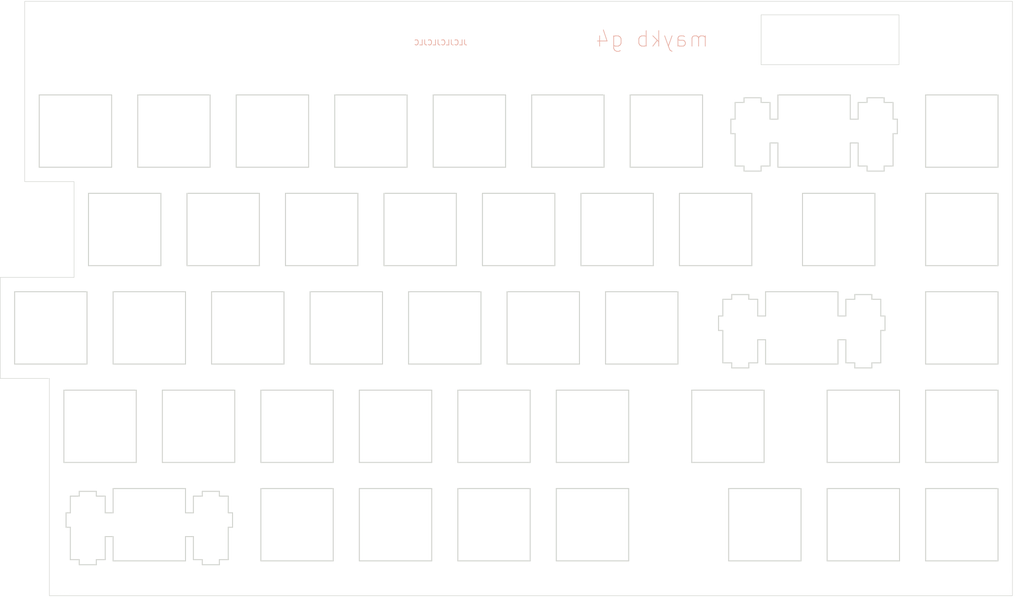
<source format=kicad_pcb>
(kicad_pcb (version 20221018) (generator pcbnew)
  (layers (0 "F.Cu" signal) (31 "B.Cu" signal) (34 "B.Paste" user) (35 "F.Paste" user) (36 "B.SilkS" user "B.Silkscreen") (37 "F.SilkS" user "F.Silkscreen") (38 "B.Mask" user) (39 "F.Mask" user) (44 "Edge.Cuts" user))
  (net 0 "")
  (footprint "MountingHole:MountingHole_4.5mm" (layer "F.Cu") (at 72.05 76)
    (fp_text reference "H10" hide)
    (fp_text value "MountingHole")
    (pad "" np_thru_hole circle (at 0 0) (size 4.5 4.5) (drill 4.5) (layers "*.Cu" "*.Mask"))
  )
  (footprint "MountingHole:MountingHole_4.5mm" (layer "F.Cu") (at 214.15 77.65)
    (fp_text reference "H9" hide)
    (fp_text value "MountingHole")
    (pad "" np_thru_hole circle (at 0 0) (size 4.5 4.5) (drill 4.5) (layers "*.Cu" "*.Mask"))
  )
  (footprint "MountingHole:MountingHole_4.5mm" (layer "F.Cu") (at 124.7 132.449999)
    (fp_text reference "H1" hide)
    (fp_text value "MountingHole")
    (pad "" np_thru_hole circle (at 0 0) (size 4.5 4.5) (drill 4.5) (layers "*.Cu" "*.Mask"))
  )
  (footprint "MountingHole:MountingHole_4.5mm" (layer "F.Cu") (at 214.3 112.8)
    (fp_text reference "H2" hide)
    (fp_text value "MountingHole")
    (pad "" np_thru_hole circle (at 0 0) (size 4.5 4.5) (drill 4.5) (layers "*.Cu" "*.Mask"))
  )
  (footprint "MountingHole:MountingHole_4.5mm" (layer "F.Cu") (at 231.4 152.55)
    (fp_text reference "H7" hide)
    (fp_text value "MountingHole")
    (pad "" np_thru_hole circle (at 0 0) (size 4.5 4.5) (drill 4.5) (layers "*.Cu" "*.Mask"))
  )
  (footprint "MountingHole:MountingHole_4.5mm" (layer "F.Cu") (at 189.9 77.25)
    (fp_text reference "H6" hide)
    (fp_text value "MountingHole")
    (pad "" np_thru_hole circle (at 0 0) (size 4.5 4.5) (drill 4.5) (layers "*.Cu" "*.Mask"))
  )
  (footprint "MountingHole:MountingHole_4.5mm" (layer "F.Cu") (at 86.3 133.199999)
    (fp_text reference "H5" hide)
    (fp_text value "MountingHole")
    (pad "" np_thru_hole circle (at 0 0) (size 4.5 4.5) (drill 4.5) (layers "*.Cu" "*.Mask"))
  )
  (footprint "MountingHole:MountingHole_4.5mm" (layer "F.Cu") (at 173.05 112.45)
    (fp_text reference "H11" hide)
    (fp_text value "MountingHole")
    (pad "" np_thru_hole circle (at 0 0) (size 4.5 4.5) (drill 4.5) (layers "*.Cu" "*.Mask"))
  )
  (footprint "MountingHole:MountingHole_4.5mm" (layer "F.Cu") (at 47.75 45.05)
    (fp_text reference "H3" hide)
    (fp_text value "MountingHole")
    (pad "" np_thru_hole circle (at 0 0) (size 4.5 4.5) (drill 4.5) (layers "*.Cu" "*.Mask"))
  )
  (footprint "MountingHole:MountingHole_4.5mm" (layer "F.Cu") (at 50.95 152.75)
    (fp_text reference "H8" hide)
    (fp_text value "MountingHole")
    (pad "" np_thru_hole circle (at 0 0) (size 4.5 4.5) (drill 4.5) (layers "*.Cu" "*.Mask"))
  )
  (footprint "MountingHole:MountingHole_4.5mm" (layer "F.Cu") (at 166.35 125.1)
    (fp_text reference "H4" hide)
    (fp_text value "MountingHole")
    (pad "" np_thru_hole circle (at 0 0) (size 4.5 4.5) (drill 4.5) (layers "*.Cu" "*.Mask"))
  )
  (footprint "MountingHole:MountingHole_4.5mm" (layer "F.Cu") (at 110.25 75.85)
    (fp_text reference "H13" hide)
    (fp_text value "MountingHole")
    (pad "" np_thru_hole circle (at 0 0) (size 4.5 4.5) (drill 4.5) (layers "*.Cu" "*.Mask"))
  )
  (footprint "MountingHole:MountingHole_4.5mm" (layer "F.Cu") (at 229.8 45.05)
    (fp_text reference "H12" hide)
    (fp_text value "MountingHole")
    (pad "" np_thru_hole circle (at 0 0) (size 4.5 4.5) (drill 4.5) (layers "*.Cu" "*.Mask"))
  )
  (gr_line (start 146.060194 148.847598) (end 160.060194 148.847598) (stroke (width 0.188976)) (layer "Edge.Cuts"))
  (gr_line (start 82.610181 148.616603) (end 82.610181 142.347598) (stroke (width 0.188976)) (layer "Edge.Cuts"))
  (gr_line (start 183.873182 91.6976) (end 183.873182 77.6976) (stroke (width 0.188976)) (layer "Edge.Cuts"))
  (gr_line (start 136.248182 72.647599) (end 136.248182 58.6476) (stroke (width 0.188976)) (layer "Edge.Cuts"))
  (gr_line (start 185.6732 73.397599) (end 185.6732 72.4176) (stroke (width 0.188976)) (layer "Edge.Cuts"))
  (gr_line (start 185.6732 72.4176) (end 187.398176 72.4176) (stroke (width 0.188976)) (layer "Edge.Cuts"))
  (gr_line (start 231.498182 58.6476) (end 217.498182 58.6476) (stroke (width 0.188976)) (layer "Edge.Cuts"))
  (gr_line (start 141.010175 129.797603) (end 141.010175 115.797603) (stroke (width 0.188976)) (layer "Edge.Cuts"))
  (gr_line (start 211.198194 60.1176) (end 209.473188 60.1176) (stroke (width 0.188976)) (layer "Edge.Cuts"))
  (gr_line (start 60.335188 110.747599) (end 74.335188 110.747599) (stroke (width 0.188976)) (layer "Edge.Cuts"))
  (gr_line (start 231.498182 72.647599) (end 231.498182 58.6476) (stroke (width 0.188976)) (layer "Edge.Cuts"))
  (gr_line (start 117.485181 96.747599) (end 117.485181 110.747599) (stroke (width 0.188976)) (layer "Edge.Cuts"))
  (gr_line (start 179.823194 66.1476) (end 180.648176 66.1476) (stroke (width 0.188976)) (layer "Edge.Cuts"))
  (gr_line (start 200.541181 101.4476) (end 200.541181 96.747599) (stroke (width 0.188976)) (layer "Edge.Cuts"))
  (gr_line (start 77.585188 136.317599) (end 75.860181 136.317599) (stroke (width 0.188976)) (layer "Edge.Cuts"))
  (gr_line (start 231.498182 148.847598) (end 231.498182 134.847598) (stroke (width 0.188976)) (layer "Edge.Cuts"))
  (gr_line (start 122.248182 58.6476) (end 122.248182 72.647599) (stroke (width 0.188976)) (layer "Edge.Cuts"))
  (gr_line (start 179.398176 148.847598) (end 193.398176 148.847598) (stroke (width 0.188976)) (layer "Edge.Cuts"))
  (gr_line (start 55.572187 77.6976) (end 55.572187 91.6976) (stroke (width 0.188976)) (layer "Edge.Cuts"))
  (gr_line (start 75.860181 148.616603) (end 77.585188 148.616603) (stroke (width 0.188976)) (layer "Edge.Cuts"))
  (gr_line (start 187.398176 72.4176) (end 187.398176 67.9476) (stroke (width 0.188976)) (layer "Edge.Cuts"))
  (gr_line (start 77.585188 148.616603) (end 77.585188 149.597598) (stroke (width 0.188976)) (layer "Edge.Cuts"))
  (gr_line (start 69.860181 129.797603) (end 83.860181 129.797603) (stroke (width 0.188976)) (layer "Edge.Cuts"))
  (gr_line (start 117.198194 58.6476) (end 103.198194 58.6476) (stroke (width 0.188976)) (layer "Edge.Cuts"))
  (gr_line (start 202.066175 110.5166) (end 203.791181 110.5166) (stroke (width 0.188976)) (layer "Edge.Cuts"))
  (gr_line (start 209.473188 60.1176) (end 209.473188 59.1966) (stroke (width 0.188976)) (layer "Edge.Cuts"))
  (gr_line (start 206.1732 59.1966) (end 206.1732 60.1176) (stroke (width 0.188976)) (layer "Edge.Cuts"))
  (gr_line (start 212.448194 115.797603) (end 198.448194 115.797603) (stroke (width 0.188976)) (layer "Edge.Cuts"))
  (gr_line (start 82.610181 136.317599) (end 80.885175 136.317599) (stroke (width 0.188976)) (layer "Edge.Cuts"))
  (gr_line (start 41.2852 110.747599) (end 55.2852 110.747599) (stroke (width 0.188976)) (layer "Edge.Cuts"))
  (gr_line (start 58.810194 139.547603) (end 58.810194 136.317599) (stroke (width 0.188976)) (layer "Edge.Cuts"))
  (gr_line (start 127.010175 134.847598) (end 127.010175 148.847598) (stroke (width 0.188976)) (layer "Edge.Cuts"))
  (gr_line (start 53.7852 148.616603) (end 53.7852 149.597598) (stroke (width 0.188976)) (layer "Edge.Cuts"))
  (gr_line (start 164.823194 91.6976) (end 164.823194 77.6976) (stroke (width 0.188976)) (layer "Edge.Cuts"))
  (gr_line (start 83.860181 115.797603) (end 69.860181 115.797603) (stroke (width 0.188976)) (layer "Edge.Cuts"))
  (gr_line (start 74.335188 144.146602) (end 75.860181 144.146602) (stroke (width 0.188976)) (layer "Edge.Cuts"))
  (gr_line (start 217.498182 115.797603) (end 217.498182 129.797603) (stroke (width 0.188976)) (layer "Edge.Cuts"))
  (gr_line (start 141.010175 115.797603) (end 127.010175 115.797603) (stroke (width 0.188976)) (layer "Edge.Cuts"))
  (gr_line (start 160.060194 134.847598) (end 146.060194 134.847598) (stroke (width 0.188976)) (layer "Edge.Cuts"))
  (gr_line (start 57.085188 148.616603) (end 58.810194 148.616603) (stroke (width 0.188976)) (layer "Edge.Cuts"))
  (gr_line (start 65.098188 72.647599) (end 79.098188 72.647599) (stroke (width 0.188976)) (layer "Edge.Cuts"))
  (gr_line (start 174.348188 58.6476) (end 160.348188 58.6476) (stroke (width 0.188976)) (layer "Edge.Cuts"))
  (gr_line (start 217.498182 72.647599) (end 231.498182 72.647599) (stroke (width 0.188976)) (layer "Edge.Cuts"))
  (gr_line (start 98.148176 58.6476) (end 84.148176 58.6476) (stroke (width 0.188976)) (layer "Edge.Cuts"))
  (gr_line (start 75.860181 136.317599) (end 75.860181 139.547603) (stroke (width 0.188976)) (layer "Edge.Cuts"))
  (gr_line (start 207.685194 91.6976) (end 207.685194 77.6976) (stroke (width 0.188976)) (layer "Edge.Cuts"))
  (gr_line (start 193.398176 134.847598) (end 179.398176 134.847598) (stroke (width 0.188976)) (layer "Edge.Cuts"))
  (gr_line (start 207.091199 111.497599) (end 207.091199 110.5166) (stroke (width 0.188976)) (layer "Edge.Cuts"))
  (gr_line (start 185.016187 98.217601) (end 183.291181 98.217601) (stroke (width 0.188976)) (layer "Edge.Cuts"))
  (gr_line (start 169.873182 91.6976) (end 183.873182 91.6976) (stroke (width 0.188976)) (layer "Edge.Cuts"))
  (gr_line (start 179.991193 98.217601) (end 178.266187 98.217601) (stroke (width 0.188976)) (layer "Edge.Cuts"))
  (gr_line (start 180.648176 72.4176) (end 182.373182 72.4176) (stroke (width 0.188976)) (layer "Edge.Cuts"))
  (gr_line (start 207.091199 97.297599) (end 203.791181 97.297599) (stroke (width 0.188976)) (layer "Edge.Cuts"))
  (gr_line (start 211.198194 63.3476) (end 211.198194 60.1176) (stroke (width 0.188976)) (layer "Edge.Cuts"))
  (gr_line (start 188.9232 72.647599) (end 202.9232 72.647599) (stroke (width 0.188976)) (layer "Edge.Cuts"))
  (gr_line (start 206.1732 73.397599) (end 209.473188 73.397599) (stroke (width 0.188976)) (layer "Edge.Cuts"))
  (gr_line (start 231.498182 134.847598) (end 217.498182 134.847598) (stroke (width 0.188976)) (layer "Edge.Cuts"))
  (gr_line (start 203.791181 98.217601) (end 202.066175 98.217601) (stroke (width 0.188976)) (layer "Edge.Cuts"))
  (gr_line (start 231.498182 77.6976) (end 217.498182 77.6976) (stroke (width 0.188976)) (layer "Edge.Cuts"))
  (gr_line (start 178.266187 98.217601) (end 178.266187 101.4476) (stroke (width 0.188976)) (layer "Edge.Cuts"))
  (gr_line (start 69.572187 91.6976) (end 69.572187 77.6976) (stroke (width 0.188976)) (layer "Edge.Cuts"))
  (gr_line (start 204.448194 72.4176) (end 206.1732 72.4176) (stroke (width 0.188976)) (layer "Edge.Cuts"))
  (gr_line (start 177.441175 101.4476) (end 177.441175 104.247599) (stroke (width 0.188976)) (layer "Edge.Cuts"))
  (gr_line (start 155.2982 58.6476) (end 141.2982 58.6476) (stroke (width 0.188976)) (layer "Edge.Cuts"))
  (gr_line (start 182.373182 59.1966) (end 182.373182 60.1176) (stroke (width 0.188976)) (layer "Edge.Cuts"))
  (gr_line (start 98.435194 110.747599) (end 112.435194 110.747599) (stroke (width 0.188976)) (layer "Edge.Cuts"))
  (gr_line (start 160.060194 129.797603) (end 160.060194 115.797603) (stroke (width 0.188976)) (layer "Edge.Cuts"))
  (gr_line (start 51.235181 142.347598) (end 52.060194 142.347598) (stroke (width 0.188976)) (layer "Edge.Cuts"))
  (gr_line (start 46.0482 72.647599) (end 60.0482 72.647599) (stroke (width 0.188976)) (layer "Edge.Cuts"))
  (gr_line (start 136.248182 58.6476) (end 122.248182 58.6476) (stroke (width 0.188976)) (layer "Edge.Cuts"))
  (gr_line (start 103.198194 72.647599) (end 117.198194 72.647599) (stroke (width 0.188976)) (layer "Edge.Cuts"))
  (gr_line (start 179.991193 111.497599) (end 183.291181 111.497599) (stroke (width 0.188976)) (layer "Edge.Cuts"))
  (gr_line (start 185.6732 60.1176) (end 185.6732 59.1966) (stroke (width 0.188976)) (layer "Edge.Cuts"))
  (gr_line (start 211.198194 72.4176) (end 211.198194 66.1476) (stroke (width 0.188976)) (layer "Edge.Cuts"))
  (gr_line (start 179.823194 63.3476) (end 179.823194 66.1476) (stroke (width 0.188976)) (layer "Edge.Cuts"))
  (gr_line (start 169.873182 77.6976) (end 169.873182 91.6976) (stroke (width 0.188976)) (layer "Edge.Cuts"))
  (gr_line (start 187.398176 67.9476) (end 188.9232 67.9476) (stroke (width 0.188976)) (layer "Edge.Cuts"))
  (gr_line (start 209.473188 73.397599) (end 209.473188 72.4176) (stroke (width 0.188976)) (layer "Edge.Cuts"))
  (gr_line (start 107.960188 148.847598) (end 121.960188 148.847598) (stroke (width 0.188976)) (layer "Edge.Cuts"))
  (gr_line (start 83.435194 139.547603) (end 82.610181 139.547603) (stroke (width 0.188976)) (layer "Edge.Cuts"))
  (gr_line (start 112.723188 91.6976) (end 126.723188 91.6976) (stroke (width 0.188976)) (layer "Edge.Cuts"))
  (gr_line (start 178.266187 101.4476) (end 177.441175 101.4476) (stroke (width 0.188976)) (layer "Edge.Cuts"))
  (gr_line (start 206.1732 60.1176) (end 204.448194 60.1176) (stroke (width 0.188976)) (layer "Edge.Cuts"))
  (gr_line (start 179.991193 97.297599) (end 179.991193 98.217601) (stroke (width 0.188976)) (layer "Edge.Cuts"))
  (gr_line (start 80.885175 135.396602) (end 77.585188 135.396602) (stroke (width 0.188976)) (layer "Edge.Cuts"))
  (gr_line (start 204.448194 60.1176) (end 204.448194 63.3476) (stroke (width 0.188976)) (layer "Edge.Cuts"))
  (gr_line (start 55.572187 91.6976) (end 69.572187 91.6976) (stroke (width 0.188976)) (layer "Edge.Cuts"))
  (gr_line (start 64.810194 129.797603) (end 64.810194 115.797603) (stroke (width 0.188976)) (layer "Edge.Cuts"))
  (gr_line (start 60.335188 139.547603) (end 58.810194 139.547603) (stroke (width 0.188976)) (layer "Edge.Cuts"))
  (gr_line (start 74.335188 139.547603) (end 74.335188 134.847598) (stroke (width 0.188976)) (layer "Edge.Cuts"))
  (gr_line (start 112.435194 110.747599) (end 112.435194 96.747599) (stroke (width 0.188976)) (layer "Edge.Cuts"))
  (gr_line (start 58.810194 148.616603) (end 58.810194 144.146602) (stroke (width 0.188976)) (layer "Edge.Cuts"))
  (gr_line (start 217.498182 96.747599) (end 217.498182 110.747599) (stroke (width 0.188976)) (layer "Edge.Cuts"))
  (gr_line (start 74.335188 110.747599) (end 74.335188 96.747599) (stroke (width 0.188976)) (layer "Edge.Cuts"))
  (gr_line (start 93.6732 77.6976) (end 93.6732 91.6976) (stroke (width 0.188976)) (layer "Edge.Cuts"))
  (gr_line (start 208.816175 110.5166) (end 208.816175 104.247599) (stroke (width 0.188976)) (layer "Edge.Cuts"))
  (gr_line (start 145.773176 77.6976) (end 131.773176 77.6976) (stroke (width 0.188976)) (layer "Edge.Cuts"))
  (gr_line (start 188.9232 58.6476) (end 188.9232 63.3476) (stroke (width 0.188976)) (layer "Edge.Cuts"))
  (gr_line (start 102.9102 148.847598) (end 102.9102 134.847598) (stroke (width 0.188976)) (layer "Edge.Cuts"))
  (gr_line (start 53.7852 149.597598) (end 57.085188 149.597598) (stroke (width 0.188976)) (layer "Edge.Cuts"))
  (gr_line (start 212.023176 63.3476) (end 211.198194 63.3476) (stroke (width 0.188976)) (layer "Edge.Cuts"))
  (gr_line (start 60.335188 148.847598) (end 74.335188 148.847598) (stroke (width 0.188976)) (layer "Edge.Cuts"))
  (gr_line (start 231.498182 91.6976) (end 231.498182 77.6976) (stroke (width 0.188976)) (layer "Edge.Cuts"))
  (gr_rect (start 185.6782 43.1476) (end 212.3482 52.7996) (stroke (width 0.1)) (fill none) (layer "Edge.Cuts"))
  (gr_line (start 198.448194 129.797603) (end 212.448194 129.797603) (stroke (width 0.188976)) (layer "Edge.Cuts"))
  (gr_line (start 183.291181 98.217601) (end 183.291181 97.297599) (stroke (width 0.188976)) (layer "Edge.Cuts"))
  (gr_line (start 179.991193 110.5166) (end 179.991193 111.497599) (stroke (width 0.188976)) (layer "Edge.Cuts"))
  (gr_line (start 198.448194 134.847598) (end 198.448194 148.847598) (stroke (width 0.188976)) (layer "Edge.Cuts"))
  (gr_line (start 80.885175 148.616603) (end 82.610181 148.616603) (stroke (width 0.188976)) (layer "Edge.Cuts"))
  (gr_line (start 60.0482 58.6476) (end 46.0482 58.6476) (stroke (width 0.188976)) (layer "Edge.Cuts"))
  (gr_line (start 198.448194 115.797603) (end 198.448194 129.797603) (stroke (width 0.188976)) (layer "Edge.Cuts"))
  (gr_line (start 52.060194 139.547603) (end 51.235181 139.547603) (stroke (width 0.188976)) (layer "Edge.Cuts"))
  (gr_line (start 83.435194 142.347598) (end 83.435194 139.547603) (stroke (width 0.188976)) (layer "Edge.Cuts"))
  (gr_line (start 177.441175 104.247599) (end 178.266187 104.247599) (stroke (width 0.188976)) (layer "Edge.Cuts"))
  (gr_line (start 58.810194 144.146602) (end 60.335188 144.146602) (stroke (width 0.188976)) (layer "Edge.Cuts"))
  (gr_line (start 185.6732 59.1966) (end 182.373182 59.1966) (stroke (width 0.188976)) (layer "Edge.Cuts"))
  (gr_line (start 117.485181 110.747599) (end 131.485181 110.747599) (stroke (width 0.188976)) (layer "Edge.Cuts"))
  (gr_line (start 75.860181 144.146602) (end 75.860181 148.616603) (stroke (width 0.188976)) (layer "Edge.Cuts"))
  (gr_line (start 126.723188 77.6976) (end 112.723188 77.6976) (stroke (width 0.188976)) (layer "Edge.Cuts"))
  (gr_line (start 185.016187 101.4476) (end 185.016187 98.217601) (stroke (width 0.188976)) (layer "Edge.Cuts"))
  (gr_line (start 202.9232 63.3476) (end 202.9232 58.6476) (stroke (width 0.188976)) (layer "Edge.Cuts"))
  (gr_line (start 150.823194 91.6976) (end 164.823194 91.6976) (stroke (width 0.188976)) (layer "Edge.Cuts"))
  (gr_line (start 82.610181 142.347598) (end 83.435194 142.347598) (stroke (width 0.188976)) (layer "Edge.Cuts"))
  (gr_line (start 179.398176 134.847598) (end 179.398176 148.847598) (stroke (width 0.188976)) (layer "Edge.Cuts"))
  (gr_line (start 212.448194 134.847598) (end 198.448194 134.847598) (stroke (width 0.188976)) (layer "Edge.Cuts"))
  (gr_line (start 121.960188 129.797603) (end 121.960188 115.797603) (stroke (width 0.188976)) (layer "Edge.Cuts"))
  (gr_line (start 209.473188 59.1966) (end 206.1732 59.1966) (stroke (width 0.188976)) (layer "Edge.Cuts"))
  (gr_line (start 93.385175 110.747599) (end 93.385175 96.747599) (stroke (width 0.188976)) (layer "Edge.Cuts"))
  (gr_line (start 231.498182 115.797603) (end 217.498182 115.797603) (stroke (width 0.188976)) (layer "Edge.Cuts"))
  (gr_line (start 136.5352 110.747599) (end 150.5352 110.747599) (stroke (width 0.188976)) (layer "Edge.Cuts"))
  (gr_line (start 207.685194 77.6976) (end 193.685194 77.6976) (stroke (width 0.188976)) (layer "Edge.Cuts"))
  (gr_line (start 209.473188 72.4176) (end 211.198194 72.4176) (stroke (width 0.188976)) (layer "Edge.Cuts"))
  (gr_line (start 231.498182 129.797603) (end 231.498182 115.797603) (stroke (width 0.188976)) (layer "Edge.Cuts"))
  (gr_line (start 88.9102 129.797603) (end 102.9102 129.797603) (stroke (width 0.188976)) (layer "Edge.Cuts"))
  (gr_line (start 180.648176 60.1176) (end 180.648176 63.3476) (stroke (width 0.188976)) (layer "Edge.Cuts"))
  (gr_line (start 164.823194 77.6976) (end 150.823194 77.6976) (stroke (width 0.188976)) (layer "Edge.Cuts"))
  (gr_line (start 207.091199 110.5166) (end 208.816175 110.5166) (stroke (width 0.188976)) (layer "Edge.Cuts"))
  (gr_line (start 52.060194 142.347598) (end 52.060194 148.616603) (stroke (width 0.188976)) (layer "Edge.Cuts"))
  (gr_line (start 217.498182 110.747599) (end 231.498182 110.747599) (stroke (width 0.188976)) (layer "Edge.Cuts"))
  (gr_line (start 212.023176 66.1476) (end 212.023176 63.3476) (stroke (width 0.188976)) (layer "Edge.Cuts"))
  (gr_line (start 93.385175 96.747599) (end 79.385175 96.747599) (stroke (width 0.188976)) (layer "Edge.Cuts"))
  (gr_line (start 183.291181 97.297599) (end 179.991193 97.297599) (stroke (width 0.188976)) (layer "Edge.Cuts"))
  (gr_line (start 141.2982 58.6476) (end 141.2982 72.647599) (stroke (width 0.188976)) (layer "Edge.Cuts"))
  (gr_line (start 52.060194 148.616603) (end 53.7852 148.616603) (stroke (width 0.188976)) (layer "Edge.Cuts"))
  (gr_line (start 74.335188 134.847598) (end 60.335188 134.847598) (stroke (width 0.188976)) (layer "Edge.Cuts"))
  (gr_line (start 127.010175 148.847598) (end 141.010175 148.847598) (stroke (width 0.188976)) (layer "Edge.Cuts"))
  (gr_line (start 150.5352 96.747599) (end 136.5352 96.747599) (stroke (width 0.188976)) (layer "Edge.Cuts"))
  (gr_line (start 182.373182 72.4176) (end 182.373182 73.397599) (stroke (width 0.188976)) (layer "Edge.Cuts"))
  (gr_line (start 160.348188 72.647599) (end 174.348188 72.647599) (stroke (width 0.188976)) (layer "Edge.Cuts"))
  (gr_line (start 79.098188 58.6476) (end 65.098188 58.6476) (stroke (width 0.188976)) (layer "Edge.Cuts"))
  (gr_line (start 183.873182 77.6976) (end 169.873182 77.6976) (stroke (width 0.188976)) (layer "Edge.Cuts"))
  (gr_line (start 155.2982 72.647599) (end 155.2982 58.6476) (stroke (width 0.188976)) (layer "Edge.Cuts"))
  (gr_line (start 93.6732 91.6976) (end 107.6732 91.6976) (stroke (width 0.188976)) (layer "Edge.Cuts"))
  (gr_line (start 172.254194 129.797603) (end 186.254194 129.797603) (stroke (width 0.188976)) (layer "Edge.Cuts"))
  (gr_line (start 80.885175 136.317599) (end 80.885175 135.396602) (stroke (width 0.188976)) (layer "Edge.Cuts"))
  (gr_line (start 74.623182 91.6976) (end 88.623182 91.6976) (stroke (width 0.188976)) (layer "Edge.Cuts"))
  (gr_line (start 69.572187 77.6976) (end 55.572187 77.6976) (stroke (width 0.188976)) (layer "Edge.Cuts"))
  (gr_line (start 160.060194 115.797603) (end 146.060194 115.797603) (stroke (width 0.188976)) (layer "Edge.Cuts"))
  (gr_line (start 186.254194 115.797603) (end 172.254194 115.797603) (stroke (width 0.188976)) (layer "Edge.Cuts"))
  (gr_line (start 160.348188 58.6476) (end 160.348188 72.647599) (stroke (width 0.188976)) (layer "Edge.Cuts"))
  (gr_line (start 217.498182 58.6476) (end 217.498182 72.647599) (stroke (width 0.188976)) (layer "Edge.Cuts"))
  (gr_line (start 65.098188 58.6476) (end 65.098188 72.647599) (stroke (width 0.188976)) (layer "Edge.Cuts"))
  (gr_line (start 150.5352 110.747599) (end 150.5352 96.747599) (stroke (width 0.188976)) (layer "Edge.Cuts"))
  (gr_line (start 69.860181 115.797603) (end 69.860181 129.797603) (stroke (width 0.188976)) (layer "Edge.Cuts"))
  (gr_line (start 186.254194 129.797603) (end 186.254194 115.797603) (stroke (width 0.188976)) (layer "Edge.Cuts"))
  (gr_line (start 50.810194 129.797603) (end 64.810194 129.797603) (stroke (width 0.188976)) (layer "Edge.Cuts"))
  (gr_line (start 53.7852 136.317599) (end 52.060194 136.317599) (stroke (width 0.188976)) (layer "Edge.Cuts"))
  (gr_line (start 202.066175 98.217601) (end 202.066175 101.4476) (stroke (width 0.188976)) (layer "Edge.Cuts"))
  (gr_line (start 107.960188 115.797603) (end 107.960188 129.797603) (stroke (width 0.188976)) (layer "Edge.Cuts"))
  (gr_line (start 88.9102 134.847598) (end 88.9102 148.847598) (stroke (width 0.188976)) (layer "Edge.Cuts"))
  (gr_line (start 88.623182 77.6976) (end 74.623182 77.6976) (stroke (width 0.188976)) (layer "Edge.Cuts"))
  (gr_line (start 202.9232 72.647599) (end 202.9232 67.9476) (stroke (width 0.188976)) (layer "Edge.Cuts"))
  (gr_line (start 186.541181 101.4476) (end 185.016187 101.4476) (stroke (width 0.188976)) (layer "Edge.Cuts"))
  (gr_line (start 198.448194 148.847598) (end 212.448194 148.847598) (stroke (width 0.188976)) (layer "Edge.Cuts"))
  (gr_line (start 77.585188 149.597598) (end 80.885175 149.597598) (stroke (width 0.188976)) (layer "Edge.Cuts"))
  (gr_line (start 169.585188 110.747599) (end 169.585188 96.747599) (stroke (width 0.188976)) (layer "Edge.Cuts"))
  (gr_line (start 200.541181 106.047599) (end 202.066175 106.047599) (stroke (width 0.188976)) (layer "Edge.Cuts"))
  (gr_line (start 141.2982 72.647599) (end 155.2982 72.647599) (stroke (width 0.188976)) (layer "Edge.Cuts"))
  (gr_line (start 136.5352 96.747599) (end 136.5352 110.747599) (stroke (width 0.188976)) (layer "Edge.Cuts"))
  (gr_line (start 131.485181 110.747599) (end 131.485181 96.747599) (stroke (width 0.188976)) (layer "Edge.Cuts"))
  (gr_line (start 203.791181 111.497599) (end 207.091199 111.497599) (stroke (width 0.188976)) (layer "Edge.Cuts"))
  (gr_line (start 131.485181 96.747599) (end 117.485181 96.747599) (stroke (width 0.188976)) (layer "Edge.Cuts"))
  (gr_line (start 79.098188 72.647599) (end 79.098188 58.6476) (stroke (width 0.188976)) (layer "Edge.Cuts"))
  (gr_line (start 103.198194 58.6476) (end 103.198194 72.647599) (stroke (width 0.188976)) (layer "Edge.Cuts"))
  (gr_line (start 146.060194 115.797603) (end 146.060194 129.797603) (stroke (width 0.188976)) (layer "Edge.Cuts"))
  (gr_line (start 217.498182 91.6976) (end 231.498182 91.6976) (stroke (width 0.188976)) (layer "Edge.Cuts"))
  (gr_line (start 84.148176 72.647599) (end 98.148176 72.647599) (stroke (width 0.188976)) (layer "Edge.Cuts"))
  (gr_line (start 83.860181 129.797603) (end 83.860181 115.797603) (stroke (width 0.188976)) (layer "Edge.Cuts"))
  (gr_line (start 141.010175 134.847598) (end 127.010175 134.847598) (stroke (width 0.188976)) (layer "Edge.Cuts"))
  (gr_line (start 231.498182 110.747599) (end 231.498182 96.747599) (stroke (width 0.188976)) (layer "Edge.Cuts"))
  (gr_line (start 186.541181 110.747599) (end 200.541181 110.747599) (stroke (width 0.188976)) (layer "Edge.Cuts"))
  (gr_line (start 178.266187 104.247599) (end 178.266187 110.5166) (stroke (width 0.188976)) (layer "Edge.Cuts"))
  (gr_line (start 112.435194 96.747599) (end 98.435194 96.747599) (stroke (width 0.188976)) (layer "Edge.Cuts"))
  (gr_line (start 64.810194 115.797603) (end 50.810194 115.797603) (stroke (width 0.188976)) (layer "Edge.Cuts"))
  (gr_line (start 121.960188 148.847598) (end 121.960188 134.847598) (stroke (width 0.188976)) (layer "Edge.Cuts"))
  (gr_line (start 112.723188 77.6976) (end 112.723188 91.6976) (stroke (width 0.188976)) (layer "Edge.Cuts"))
  (gr_line (start 58.810194 136.317599) (end 57.085188 136.317599) (stroke (width 0.188976)) (layer "Edge.Cuts"))
  (gr_line (start 180.648176 66.1476) (end 180.648176 72.4176) (stroke (width 0.188976)) (layer "Edge.Cuts"))
  (gr_line (start 79.385175 110.747599) (end 93.385175 110.747599) (stroke (width 0.188976)) (layer "Edge.Cuts"))
  (gr_line (start 57.085188 136.317599) (end 57.085188 135.396602) (stroke (width 0.188976)) (layer "Edge.Cuts"))
  (gr_line (start 146.060194 129.797603) (end 160.060194 129.797603) (stroke (width 0.188976)) (layer "Edge.Cuts"))
  (gr_line (start 172.254194 115.797603) (end 172.254194 129.797603) (stroke (width 0.188976)) (layer "Edge.Cuts"))
  (gr_line (start 55.2852 96.747599) (end 41.2852 96.747599) (stroke (width 0.188976)) (layer "Edge.Cuts"))
  (gr_line (start 217.498182 77.6976) (end 217.498182 91.6976) (stroke (width 0.188976)) (layer "Edge.Cuts"))
  (gr_line (start 183.291181 111.497599) (end 183.291181 110.5166) (stroke (width 0.188976)) (layer "Edge.Cuts"))
  (gr_line (start 155.585188 96.747599) (end 155.585188 110.747599) (stroke (width 0.188976)) (layer "Edge.Cuts"))
  (gr_line (start 202.066175 101.4476) (end 200.541181 101.4476) (stroke (width 0.188976)) (layer "Edge.Cuts"))
  (gr_line (start 80.885175 149.597598) (end 80.885175 148.616603) (stroke (width 0.188976)) (layer "Edge.Cuts"))
  (gr_line (start 217.498182 134.847598) (end 217.498182 148.847598) (stroke (width 0.188976)) (layer "Edge.Cuts"))
  (gr_line (start 107.6732 91.6976) (end 107.6732 77.6976) (stroke (width 0.188976)) (layer "Edge.Cuts"))
  (gr_line (start 187.398176 60.1176) (end 185.6732 60.1176) (stroke (width 0.188976)) (layer "Edge.Cuts"))
  (gr_line (start 127.010175 115.797603) (end 127.010175 129.797603) (stroke (width 0.188976)) (layer "Edge.Cuts"))
  (gr_line (start 182.373182 73.397599) (end 185.6732 73.397599) (stroke (width 0.188976)) (layer "Edge.Cuts"))
  (gr_line (start 82.610181 139.547603) (end 82.610181 136.317599) (stroke (width 0.188976)) (layer "Edge.Cuts"))
  (gr_line (start 204.448194 67.9476) (end 204.448194 72.4176) (stroke (width 0.188976)) (layer "Edge.Cuts"))
  (gr_poly (pts (xy 234.2878 155.5976) (xy 48.0042 155.5976) (xy 48.0042 113.5356) (xy 38.5046 113.5356) (xy 38.5046 93.9776) (xy 52.7794 93.9776) (xy 52.7794 75.4356) (xy 43.229 75.4356) (xy 43.229 40.536) (xy 234.2878 40.536)) (stroke (width 0.1)) (fill none) (layer "Edge.Cuts"))
  (gr_line (start 204.448194 63.3476) (end 202.9232 63.3476) (stroke (width 0.188976)) (layer "Edge.Cuts"))
  (gr_line (start 53.7852 135.396602) (end 53.7852 136.317599) (stroke (width 0.188976)) (layer "Edge.Cuts"))
  (gr_line (start 155.585188 110.747599) (end 169.585188 110.747599) (stroke (width 0.188976)) (layer "Edge.Cuts"))
  (gr_line (start 208.816175 101.4476) (end 208.816175 98.217601) (stroke (width 0.188976)) (layer "Edge.Cuts"))
  (gr_line (start 57.085188 135.396602) (end 53.7852 135.396602) (stroke (width 0.188976)) (layer "Edge.Cuts"))
  (gr_line (start 41.2852 96.747599) (end 41.2852 110.747599) (stroke (width 0.188976)) (layer "Edge.Cuts"))
  (gr_line (start 208.816175 98.217601) (end 207.091199 98.217601) (stroke (width 0.188976)) (layer "Edge.Cuts"))
  (gr_line (start 186.541181 106.047599) (end 186.541181 110.747599) (stroke (width 0.188976)) (layer "Edge.Cuts"))
  (gr_line (start 186.541181 96.747599) (end 186.541181 101.4476) (stroke (width 0.188976)) (layer "Edge.Cuts"))
  (gr_line (start 131.773176 77.6976) (end 131.773176 91.6976) (stroke (width 0.188976)) (layer "Edge.Cuts"))
  (gr_line (start 107.6732 77.6976) (end 93.6732 77.6976) (stroke (width 0.188976)) (layer "Edge.Cuts"))
  (gr_line (start 211.198194 66.1476) (end 212.023176 66.1476) (stroke (width 0.188976)) (layer "Edge.Cuts"))
  (gr_line (start 117.198194 72.647599) (end 117.198194 58.6476) (stroke (width 0.188976)) (layer "Edge.Cuts"))
  (gr_line (start 126.723188 91.6976) (end 126.723188 77.6976) (stroke (width 0.188976)) (layer "Edge.Cuts"))
  (gr_line (start 202.066175 106.047599) (end 202.066175 110.5166) (stroke (width 0.188976)) (layer "Edge.Cuts"))
  (gr_line (start 169.585188 96.747599) (end 155.585188 96.747599) (stroke (width 0.188976)) (layer "Edge.Cuts"))
  (gr_line (start 202.9232 67.9476) (end 204.448194 67.9476) (stroke (width 0.188976)) (layer "Edge.Cuts"))
  (gr_line (start 107.960188 134.847598) (end 107.960188 148.847598) (stroke (width 0.188976)) (layer "Edge.Cuts"))
  (gr_line (start 141.010175 148.847598) (end 141.010175 134.847598) (stroke (width 0.188976)) (layer "Edge.Cuts"))
  (gr_line (start 107.960188 129.797603) (end 121.960188 129.797603) (stroke (width 0.188976)) (layer "Edge.Cuts"))
  (gr_line (start 231.498182 96.747599) (end 217.498182 96.747599) (stroke (width 0.188976)) (layer "Edge.Cuts"))
  (gr_line (start 98.148176 72.647599) (end 98.148176 58.6476) (stroke (width 0.188976)) (layer "Edge.Cuts"))
  (gr_line (start 127.010175 129.797603) (end 141.010175 129.797603) (stroke (width 0.188976)) (layer "Edge.Cuts"))
  (gr_line (start 180.648176 63.3476) (end 179.823194 63.3476) (stroke (width 0.188976)) (layer "Edge.Cuts"))
  (gr_line (start 209.641187 104.247599) (end 209.641187 101.4476) (stroke (width 0.188976)) (layer "Edge.Cuts"))
  (gr_line (start 146.060194 134.847598) (end 146.060194 148.847598) (stroke (width 0.188976)) (layer "Edge.Cuts"))
  (gr_line (start 88.623182 91.6976) (end 88.623182 77.6976) (stroke (width 0.188976)) (layer "Edge.Cuts"))
  (gr_line (start 212.448194 148.847598) (end 212.448194 134.847598) (stroke (width 0.188976)) (layer "Edge.Cuts"))
  (gr_line (start 50.810194 115.797603) (end 50.810194 129.797603) (stroke (width 0.188976)) (layer "Edge.Cuts"))
  (gr_line (start 60.335188 96.747599) (end 60.335188 110.747599) (stroke (width 0.188976)) (layer "Edge.Cuts"))
  (gr_line (start 182.373182 60.1176) (end 180.648176 60.1176) (stroke (width 0.188976)) (layer "Edge.Cuts"))
  (gr_line (start 74.623182 77.6976) (end 74.623182 91.6976) (stroke (width 0.188976)) (layer "Edge.Cuts"))
  (gr_line (start 74.335188 148.847598) (end 74.335188 144.146602) (stroke (width 0.188976)) (layer "Edge.Cuts"))
  (gr_line (start 200.541181 110.747599) (end 200.541181 106.047599) (stroke (width 0.188976)) (layer "Edge.Cuts"))
  (gr_line (start 122.248182 72.647599) (end 136.248182 72.647599) (stroke (width 0.188976)) (layer "Edge.Cuts"))
  (gr_line (start 121.960188 115.797603) (end 107.960188 115.797603) (stroke (width 0.188976)) (layer "Edge.Cuts"))
  (gr_line (start 102.9102 134.847598) (end 88.9102 134.847598) (stroke (width 0.188976)) (layer "Edge.Cuts"))
  (gr_line (start 74.335188 96.747599) (end 60.335188 96.747599) (stroke (width 0.188976)) (layer "Edge.Cuts"))
  (gr_line (start 178.266187 110.5166) (end 179.991193 110.5166) (stroke (width 0.188976)) (layer "Edge.Cuts"))
  (gr_line (start 88.9102 115.797603) (end 88.9102 129.797603) (stroke (width 0.188976)) (layer "Edge.Cuts"))
  (gr_line (start 102.9102 129.797603) (end 102.9102 115.797603) (stroke (width 0.188976)) (layer "Edge.Cuts"))
  (gr_line (start 183.291181 110.5166) (end 185.016187 110.5166) (stroke (width 0.188976)) (layer "Edge.Cuts"))
  (gr_line (start 202.9232 58.6476) (end 188.9232 58.6476) (stroke (width 0.188976)) (layer "Edge.Cuts"))
  (gr_line (start 60.335188 134.847598) (end 60.335188 139.547603) (stroke (width 0.188976)) (layer "Edge.Cuts"))
  (gr_line (start 77.585188 135.396602) (end 77.585188 136.317599) (stroke (width 0.188976)) (layer "Edge.Cuts"))
  (gr_line (start 60.0482 72.647599) (end 60.0482 58.6476) (stroke (width 0.188976)) (layer "Edge.Cuts"))
  (gr_line (start 203.791181 97.297599) (end 203.791181 98.217601) (stroke (width 0.188976)) (layer "Edge.Cuts"))
  (gr_line (start 46.0482 58.6476) (end 46.0482 72.647599) (stroke (width 0.188976)) (layer "Edge.Cuts"))
  (gr_line (start 84.148176 58.6476) (end 84.148176 72.647599) (stroke (width 0.188976)) (layer "Edge.Cuts"))
  (gr_line (start 185.016187 110.5166) (end 185.016187 106.047599) (stroke (width 0.188976)) (layer "Edge.Cuts"))
  (gr_line (start 57.085188 149.597598) (end 57.085188 148.616603) (stroke (width 0.188976)) (layer "Edge.Cuts"))
  (gr_line (start 160.060194 148.847598) (end 160.060194 134.847598) (stroke (width 0.188976)) (layer "Edge.Cuts"))
  (gr_line (start 212.448194 129.797603) (end 212.448194 115.797603) (stroke (width 0.188976)) (layer "Edge.Cuts"))
  (gr_line (start 188.9232 63.3476) (end 187.398176 63.3476) (stroke (width 0.188976)) (layer "Edge.Cuts"))
  (gr_line (start 188.9232 67.9476) (end 188.9232 72.647599) (stroke (width 0.188976)) (layer "Edge.Cuts"))
  (gr_line (start 52.060194 136.317599) (end 52.060194 139.547603) (stroke (width 0.188976)) (layer "Edge.Cuts"))
  (gr_line (start 145.773176 91.6976) (end 145.773176 77.6976) (stroke (width 0.188976)) (layer "Edge.Cuts"))
  (gr_line (start 193.685194 77.6976) (end 193.685194 91.6976) (stroke (width 0.188976)) (layer "Edge.Cuts"))
  (gr_line (start 187.398176 63.3476) (end 187.398176 60.1176) (stroke (width 0.188976)) (layer "Edge.Cuts"))
  (gr_line (start 203.791181 110.5166) (end 203.791181 111.497599) (stroke (width 0.188976)) (layer "Edge.Cuts"))
  (gr_line (start 185.016187 106.047599) (end 186.541181 106.047599) (stroke (width 0.188976)) (layer "Edge.Cuts"))
  (gr_line (start 79.385175 96.747599) (end 79.385175 110.747599) (stroke (width 0.188976)) (layer "Edge.Cuts"))
  (gr_line (start 150.823194 77.6976) (end 150.823194 91.6976) (stroke (width 0.188976)) (layer "Edge.Cuts"))
  (gr_line (start 55.2852 110.747599) (end 55.2852 96.747599) (stroke (width 0.188976)) (layer "Edge.Cuts"))
  (gr_line (start 88.9102 148.847598) (end 102.9102 148.847598) (stroke (width 0.188976)) (layer "Edge.Cuts"))
  (gr_line (start 193.685194 91.6976) (end 207.685194 91.6976) (stroke (width 0.188976)) (layer "Edge.Cuts"))
  (gr_line (start 60.335188 144.146602) (end 60.335188 148.847598) (stroke (width 0.188976)) (layer "Edge.Cuts"))
  (gr_line (start 102.9102 115.797603) (end 88.9102 115.797603) (stroke (width 0.188976)) (layer "Edge.Cuts"))
  (gr_line (start 75.860181 139.547603) (end 74.335188 139.547603) (stroke (width 0.188976)) (layer "Edge.Cuts"))
  (gr_line (start 131.773176 91.6976) (end 145.773176 91.6976) (stroke (width 0.188976)) (layer "Edge.Cuts"))
  (gr_line (start 98.435194 96.747599) (end 98.435194 110.747599) (stroke (width 0.188976)) (layer "Edge.Cuts"))
  (gr_line (start 206.1732 72.4176) (end 206.1732 73.397599) (stroke (width 0.188976)) (layer "Edge.Cuts"))
  (gr_line (start 208.816175 104.247599) (end 209.641187 104.247599) (stroke (width 0.188976)) (layer "Edge.Cuts"))
  (gr_line (start 200.541181 96.747599) (end 186.541181 96.747599) (stroke (width 0.188976)) (layer "Edge.Cuts"))
  (gr_line (start 207.091199 98.217601) (end 207.091199 97.297599) (stroke (width 0.188976)) (layer "Edge.Cuts"))
  (gr_line (start 51.235181 139.547603) (end 51.235181 142.347598) (stroke (width 0.188976)) (layer "Edge.Cuts"))
  (gr_line (start 209.641187 101.4476) (end 208.816175 101.4476) (stroke (width 0.188976)) (layer "Edge.Cuts"))
  (gr_line (start 174.348188 72.647599) (end 174.348188 58.6476) (stroke (width 0.188976)) (layer "Edge.Cuts"))
  (gr_line (start 121.960188 134.847598) (end 107.960188 134.847598) (stroke (width 0.188976)) (layer "Edge.Cuts"))
  (gr_line (start 217.498182 129.797603) (end 231.498182 129.797603) (stroke (width 0.188976)) (layer "Edge.Cuts"))
  (gr_line (start 193.398176 148.847598) (end 193.398176 134.847598) (stroke (width 0.188976)) (layer "Edge.Cuts"))
  (gr_line (start 217.498182 148.847598) (end 231.498182 148.847598) (stroke (width 0.188976)) (layer "Edge.Cuts"))
  (gr_text "maykb g4" (at 175.687 49.583) (layer "B.SilkS") (effects (font (size 3 3)) (justify left bottom mirror)))
  (gr_text "JLCJLCJLCJLC" (at 128.937 49.099) (layer "B.SilkS") (effects (font (size 1 1)) (justify left bottom mirror)))
)
</source>
